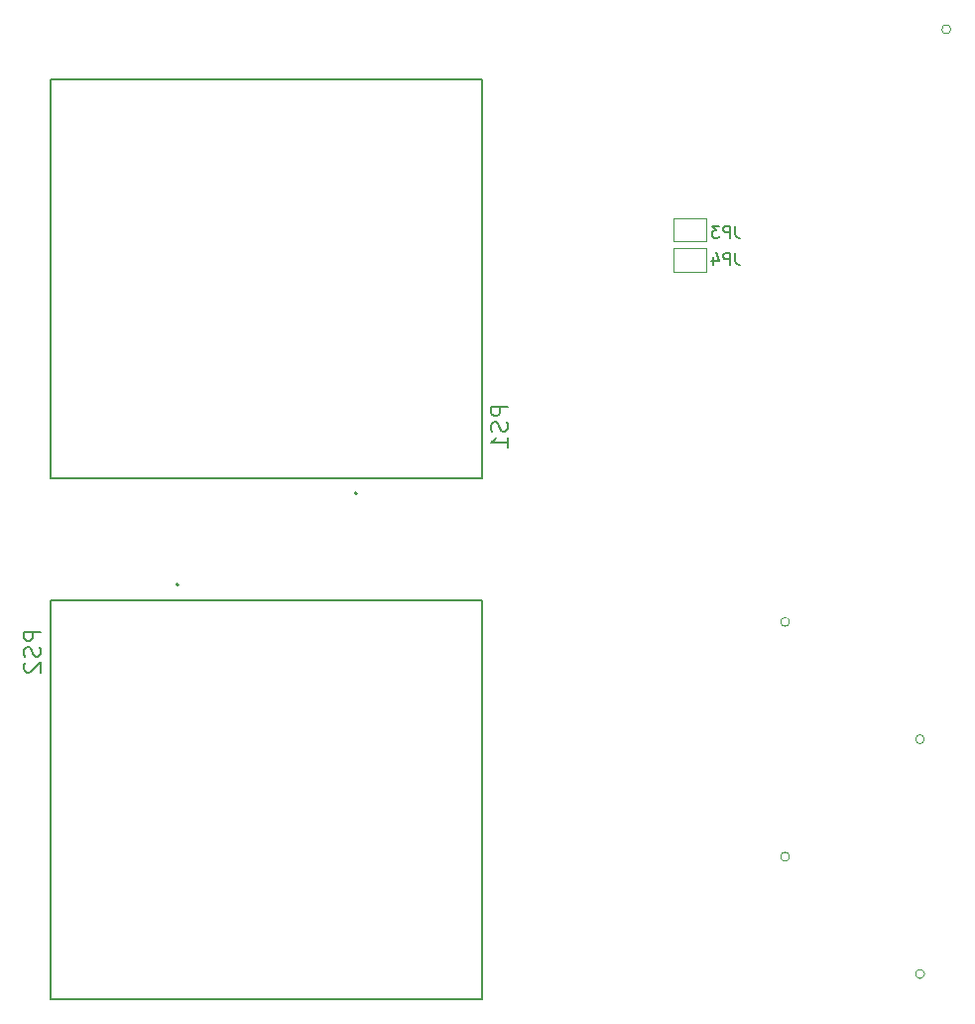
<source format=gbr>
%TF.GenerationSoftware,KiCad,Pcbnew,(6.0.10)*%
%TF.CreationDate,2023-02-22T22:59:34-05:00*%
%TF.ProjectId,System Management Board,53797374-656d-4204-9d61-6e6167656d65,rev?*%
%TF.SameCoordinates,Original*%
%TF.FileFunction,Legend,Bot*%
%TF.FilePolarity,Positive*%
%FSLAX46Y46*%
G04 Gerber Fmt 4.6, Leading zero omitted, Abs format (unit mm)*
G04 Created by KiCad (PCBNEW (6.0.10)) date 2023-02-22 22:59:34*
%MOMM*%
%LPD*%
G01*
G04 APERTURE LIST*
%ADD10C,0.150000*%
%ADD11C,0.120000*%
%ADD12C,0.127000*%
%ADD13C,0.200000*%
G04 APERTURE END LIST*
D10*
%TO.C,PS1*%
X147237333Y-88620000D02*
X145837333Y-88620000D01*
X145837333Y-89153333D01*
X145904000Y-89286666D01*
X145970666Y-89353333D01*
X146104000Y-89420000D01*
X146304000Y-89420000D01*
X146437333Y-89353333D01*
X146504000Y-89286666D01*
X146570666Y-89153333D01*
X146570666Y-88620000D01*
X147170666Y-89953333D02*
X147237333Y-90153333D01*
X147237333Y-90486666D01*
X147170666Y-90620000D01*
X147104000Y-90686666D01*
X146970666Y-90753333D01*
X146837333Y-90753333D01*
X146704000Y-90686666D01*
X146637333Y-90620000D01*
X146570666Y-90486666D01*
X146504000Y-90220000D01*
X146437333Y-90086666D01*
X146370666Y-90020000D01*
X146237333Y-89953333D01*
X146104000Y-89953333D01*
X145970666Y-90020000D01*
X145904000Y-90086666D01*
X145837333Y-90220000D01*
X145837333Y-90553333D01*
X145904000Y-90753333D01*
X147237333Y-92086666D02*
X147237333Y-91286666D01*
X147237333Y-91686666D02*
X145837333Y-91686666D01*
X146037333Y-91553333D01*
X146170666Y-91420000D01*
X146237333Y-91286666D01*
%TO.C,JP3*%
X166691333Y-73217380D02*
X166691333Y-73931666D01*
X166738952Y-74074523D01*
X166834190Y-74169761D01*
X166977047Y-74217380D01*
X167072285Y-74217380D01*
X166215142Y-74217380D02*
X166215142Y-73217380D01*
X165834190Y-73217380D01*
X165738952Y-73265000D01*
X165691333Y-73312619D01*
X165643714Y-73407857D01*
X165643714Y-73550714D01*
X165691333Y-73645952D01*
X165738952Y-73693571D01*
X165834190Y-73741190D01*
X166215142Y-73741190D01*
X165310380Y-73217380D02*
X164691333Y-73217380D01*
X165024666Y-73598333D01*
X164881809Y-73598333D01*
X164786571Y-73645952D01*
X164738952Y-73693571D01*
X164691333Y-73788809D01*
X164691333Y-74026904D01*
X164738952Y-74122142D01*
X164786571Y-74169761D01*
X164881809Y-74217380D01*
X165167523Y-74217380D01*
X165262761Y-74169761D01*
X165310380Y-74122142D01*
%TO.C,PS2*%
X107369333Y-107830000D02*
X105969333Y-107830000D01*
X105969333Y-108363333D01*
X106036000Y-108496666D01*
X106102666Y-108563333D01*
X106236000Y-108630000D01*
X106436000Y-108630000D01*
X106569333Y-108563333D01*
X106636000Y-108496666D01*
X106702666Y-108363333D01*
X106702666Y-107830000D01*
X107302666Y-109163333D02*
X107369333Y-109363333D01*
X107369333Y-109696666D01*
X107302666Y-109830000D01*
X107236000Y-109896666D01*
X107102666Y-109963333D01*
X106969333Y-109963333D01*
X106836000Y-109896666D01*
X106769333Y-109830000D01*
X106702666Y-109696666D01*
X106636000Y-109430000D01*
X106569333Y-109296666D01*
X106502666Y-109230000D01*
X106369333Y-109163333D01*
X106236000Y-109163333D01*
X106102666Y-109230000D01*
X106036000Y-109296666D01*
X105969333Y-109430000D01*
X105969333Y-109763333D01*
X106036000Y-109963333D01*
X106102666Y-110496666D02*
X106036000Y-110563333D01*
X105969333Y-110696666D01*
X105969333Y-111030000D01*
X106036000Y-111163333D01*
X106102666Y-111230000D01*
X106236000Y-111296666D01*
X106369333Y-111296666D01*
X106569333Y-111230000D01*
X107369333Y-110430000D01*
X107369333Y-111296666D01*
%TO.C,JP4*%
X166691333Y-75527380D02*
X166691333Y-76241666D01*
X166738952Y-76384523D01*
X166834190Y-76479761D01*
X166977047Y-76527380D01*
X167072285Y-76527380D01*
X166215142Y-76527380D02*
X166215142Y-75527380D01*
X165834190Y-75527380D01*
X165738952Y-75575000D01*
X165691333Y-75622619D01*
X165643714Y-75717857D01*
X165643714Y-75860714D01*
X165691333Y-75955952D01*
X165738952Y-76003571D01*
X165834190Y-76051190D01*
X166215142Y-76051190D01*
X164786571Y-75860714D02*
X164786571Y-76527380D01*
X165024666Y-75479761D02*
X165262761Y-76194047D01*
X164643714Y-76194047D01*
D11*
%TO.C,J9*%
X182824000Y-117012299D02*
G75*
G03*
X182824000Y-117012299I-381000J0D01*
G01*
%TO.C,J10*%
X185073300Y-56436000D02*
G75*
G03*
X185073300Y-56436000I-381000J0D01*
G01*
%TO.C,J5*%
X171308800Y-107000799D02*
G75*
G03*
X171308800Y-107000799I-381000J0D01*
G01*
%TO.C,J3*%
X171308800Y-127023799D02*
G75*
G03*
X171308800Y-127023799I-381000J0D01*
G01*
%TO.C,J8*%
X182824000Y-137035301D02*
G75*
G03*
X182824000Y-137035301I-381000J0D01*
G01*
D12*
%TO.C,PS1*%
X108255000Y-60685000D02*
X145085000Y-60685000D01*
X145085000Y-60685000D02*
X145085000Y-94725000D01*
X108255000Y-94725000D02*
X108255000Y-60685000D01*
X145085000Y-94725000D02*
X108255000Y-94725000D01*
D13*
X134385000Y-96035000D02*
G75*
G03*
X134385000Y-96035000I-100000J0D01*
G01*
D11*
%TO.C,JP3*%
X164210000Y-74533000D02*
X164210000Y-72533000D01*
X161410000Y-72533000D02*
X161410000Y-74533000D01*
X164210000Y-72533000D02*
X161410000Y-72533000D01*
X161410000Y-74533000D02*
X164210000Y-74533000D01*
D12*
%TO.C,PS2*%
X108255000Y-139165000D02*
X108255000Y-105125000D01*
X108255000Y-105125000D02*
X145085000Y-105125000D01*
X145085000Y-105125000D02*
X145085000Y-139165000D01*
X145085000Y-139165000D02*
X108255000Y-139165000D01*
D13*
X119155000Y-103815000D02*
G75*
G03*
X119155000Y-103815000I-100000J0D01*
G01*
D11*
%TO.C,JP4*%
X161410000Y-75097000D02*
X161410000Y-77097000D01*
X161410000Y-77097000D02*
X164210000Y-77097000D01*
X164210000Y-77097000D02*
X164210000Y-75097000D01*
X164210000Y-75097000D02*
X161410000Y-75097000D01*
%TD*%
M02*

</source>
